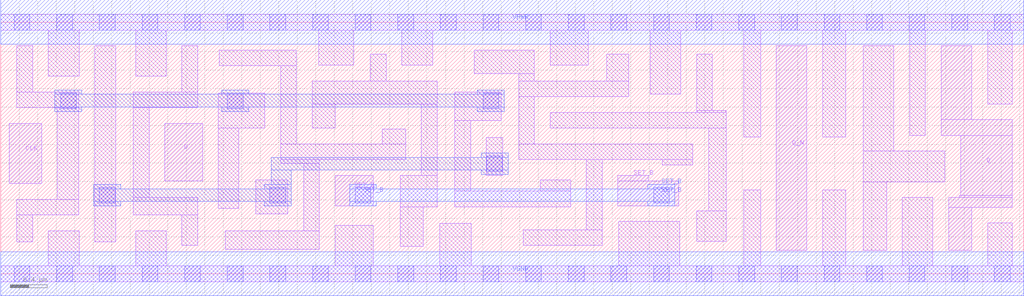
<source format=lef>
# Copyright 2020 The SkyWater PDK Authors
#
# Licensed under the Apache License, Version 2.0 (the "License");
# you may not use this file except in compliance with the License.
# You may obtain a copy of the License at
#
#     https://www.apache.org/licenses/LICENSE-2.0
#
# Unless required by applicable law or agreed to in writing, software
# distributed under the License is distributed on an "AS IS" BASIS,
# WITHOUT WARRANTIES OR CONDITIONS OF ANY KIND, either express or implied.
# See the License for the specific language governing permissions and
# limitations under the License.
#
# SPDX-License-Identifier: Apache-2.0

VERSION 5.7 ;
  NOWIREEXTENSIONATPIN ON ;
  DIVIDERCHAR "/" ;
  BUSBITCHARS "[]" ;
UNITS
  DATABASE MICRONS 200 ;
END UNITS
MACRO sky130_fd_sc_hd__dfsbp_2
  CLASS CORE ;
  FOREIGN sky130_fd_sc_hd__dfsbp_2 ;
  ORIGIN  0.000000  0.000000 ;
  SIZE  11.04000 BY  2.720000 ;
  SYMMETRY X Y R90 ;
  SITE unithd ;
  PIN D
    ANTENNAGATEAREA  0.222000 ;
    DIRECTION INPUT ;
    USE SIGNAL ;
    PORT
      LAYER li1 ;
        RECT 1.770000 1.005000 2.180000 1.625000 ;
    END
  END D
  PIN Q
    ANTENNADIFFAREA  0.445500 ;
    DIRECTION OUTPUT ;
    USE SIGNAL ;
    PORT
      LAYER li1 ;
        RECT 10.150000 1.495000 10.915000 1.665000 ;
        RECT 10.150000 1.665000 10.480000 2.465000 ;
        RECT 10.230000 0.255000 10.480000 0.720000 ;
        RECT 10.230000 0.720000 10.915000 0.825000 ;
        RECT 10.345000 0.825000 10.915000 0.845000 ;
        RECT 10.360000 0.845000 10.915000 1.495000 ;
    END
  END Q
  PIN Q_N
    ANTENNADIFFAREA  0.445500 ;
    DIRECTION OUTPUT ;
    USE SIGNAL ;
    PORT
      LAYER li1 ;
        RECT 8.370000 0.255000 8.700000 2.465000 ;
    END
  END Q_N
  PIN SET_B
    ANTENNAGATEAREA  0.252000 ;
    DIRECTION INPUT ;
    USE SIGNAL ;
    PORT
      LAYER li1 ;
        RECT 3.610000 0.735000 4.020000 1.065000 ;
      LAYER mcon ;
        RECT 3.825000 0.765000 3.995000 0.935000 ;
    END
    PORT
      LAYER li1 ;
        RECT 6.660000 0.735000 7.320000 1.005000 ;
        RECT 6.660000 1.005000 6.990000 1.065000 ;
      LAYER mcon ;
        RECT 7.045000 0.765000 7.215000 0.935000 ;
    END
    PORT
      LAYER met1 ;
        RECT 3.765000 0.735000 4.055000 0.780000 ;
        RECT 3.765000 0.780000 7.275000 0.920000 ;
        RECT 3.765000 0.920000 4.055000 0.965000 ;
        RECT 6.985000 0.735000 7.275000 0.780000 ;
        RECT 6.985000 0.920000 7.275000 0.965000 ;
    END
  END SET_B
  PIN CLK
    ANTENNAGATEAREA  0.159000 ;
    DIRECTION INPUT ;
    USE CLOCK ;
    PORT
      LAYER li1 ;
        RECT 0.090000 0.975000 0.440000 1.625000 ;
    END
  END CLK
  PIN VGND
    DIRECTION INOUT ;
    SHAPE ABUTMENT ;
    USE GROUND ;
    PORT
      LAYER met1 ;
        RECT 0.000000 -0.240000 11.040000 0.240000 ;
    END
  END VGND
  PIN VPWR
    DIRECTION INOUT ;
    SHAPE ABUTMENT ;
    USE POWER ;
    PORT
      LAYER met1 ;
        RECT 0.000000 2.480000 11.040000 2.960000 ;
    END
  END VPWR
  OBS
    LAYER li1 ;
      RECT  0.000000 -0.085000 11.040000 0.085000 ;
      RECT  0.000000  2.635000 11.040000 2.805000 ;
      RECT  0.175000  0.345000  0.345000 0.635000 ;
      RECT  0.175000  0.635000  0.840000 0.805000 ;
      RECT  0.175000  1.795000  0.840000 1.965000 ;
      RECT  0.175000  1.965000  0.345000 2.465000 ;
      RECT  0.515000  0.085000  0.845000 0.465000 ;
      RECT  0.515000  2.135000  0.845000 2.635000 ;
      RECT  0.610000  0.805000  0.840000 1.795000 ;
      RECT  1.015000  0.345000  1.240000 2.465000 ;
      RECT  1.430000  0.635000  2.125000 0.825000 ;
      RECT  1.430000  0.825000  1.600000 1.795000 ;
      RECT  1.430000  1.795000  2.125000 1.965000 ;
      RECT  1.455000  0.085000  1.785000 0.465000 ;
      RECT  1.455000  2.135000  1.785000 2.635000 ;
      RECT  1.955000  0.305000  2.125000 0.635000 ;
      RECT  1.955000  1.965000  2.125000 2.465000 ;
      RECT  2.350000  0.705000  2.570000 1.575000 ;
      RECT  2.350000  1.575000  2.850000 1.955000 ;
      RECT  2.360000  2.250000  3.190000 2.420000 ;
      RECT  2.425000  0.265000  3.440000 0.465000 ;
      RECT  2.750000  0.645000  3.100000 1.015000 ;
      RECT  3.020000  1.195000  3.440000 1.235000 ;
      RECT  3.020000  1.235000  4.370000 1.405000 ;
      RECT  3.020000  1.405000  3.190000 2.250000 ;
      RECT  3.270000  0.465000  3.440000 1.195000 ;
      RECT  3.360000  1.575000  3.610000 1.835000 ;
      RECT  3.360000  1.835000  4.710000 2.085000 ;
      RECT  3.430000  2.255000  3.810000 2.635000 ;
      RECT  3.610000  0.085000  4.020000 0.525000 ;
      RECT  3.990000  2.085000  4.160000 2.375000 ;
      RECT  4.120000  1.405000  4.370000 1.565000 ;
      RECT  4.310000  0.295000  4.560000 0.725000 ;
      RECT  4.310000  0.725000  4.710000 1.065000 ;
      RECT  4.330000  2.255000  4.660000 2.635000 ;
      RECT  4.540000  1.065000  4.710000 1.835000 ;
      RECT  4.740000  0.085000  5.080000 0.545000 ;
      RECT  4.900000  0.725000  6.150000 0.895000 ;
      RECT  4.900000  0.895000  5.070000 1.655000 ;
      RECT  4.900000  1.655000  5.400000 1.965000 ;
      RECT  5.110000  2.165000  5.760000 2.415000 ;
      RECT  5.240000  1.065000  5.420000 1.475000 ;
      RECT  5.590000  1.235000  7.470000 1.405000 ;
      RECT  5.590000  1.405000  5.760000 1.915000 ;
      RECT  5.590000  1.915000  6.780000 2.085000 ;
      RECT  5.590000  2.085000  5.760000 2.165000 ;
      RECT  5.640000  0.305000  6.490000 0.475000 ;
      RECT  5.820000  0.895000  6.150000 1.015000 ;
      RECT  5.930000  1.575000  7.830000 1.745000 ;
      RECT  5.930000  2.255000  6.340000 2.635000 ;
      RECT  6.320000  0.475000  6.490000 1.235000 ;
      RECT  6.540000  2.085000  6.780000 2.375000 ;
      RECT  6.670000  0.085000  7.330000 0.565000 ;
      RECT  7.010000  1.945000  7.340000 2.635000 ;
      RECT  7.140000  1.175000  7.470000 1.235000 ;
      RECT  7.510000  0.350000  7.830000 0.680000 ;
      RECT  7.510000  1.745000  7.830000 1.765000 ;
      RECT  7.510000  1.765000  7.680000 2.375000 ;
      RECT  7.640000  0.680000  7.830000 1.575000 ;
      RECT  8.020000  0.085000  8.200000 0.905000 ;
      RECT  8.020000  1.480000  8.200000 2.635000 ;
      RECT  8.870000  0.085000  9.120000 0.905000 ;
      RECT  8.870000  1.480000  9.120000 2.635000 ;
      RECT  9.310000  0.255000  9.560000 0.995000 ;
      RECT  9.310000  0.995000 10.190000 1.325000 ;
      RECT  9.310000  1.325000  9.640000 2.465000 ;
      RECT  9.730000  0.085000 10.060000 0.825000 ;
      RECT  9.810000  1.495000  9.980000 2.635000 ;
      RECT 10.650000  0.085000 10.915000 0.550000 ;
      RECT 10.650000  1.835000 10.915000 2.635000 ;
    LAYER mcon ;
      RECT  0.145000 -0.085000  0.315000 0.085000 ;
      RECT  0.145000  2.635000  0.315000 2.805000 ;
      RECT  0.605000 -0.085000  0.775000 0.085000 ;
      RECT  0.605000  2.635000  0.775000 2.805000 ;
      RECT  0.645000  1.785000  0.815000 1.955000 ;
      RECT  1.065000 -0.085000  1.235000 0.085000 ;
      RECT  1.065000  0.765000  1.235000 0.935000 ;
      RECT  1.065000  2.635000  1.235000 2.805000 ;
      RECT  1.525000 -0.085000  1.695000 0.085000 ;
      RECT  1.525000  2.635000  1.695000 2.805000 ;
      RECT  1.985000 -0.085000  2.155000 0.085000 ;
      RECT  1.985000  2.635000  2.155000 2.805000 ;
      RECT  2.445000 -0.085000  2.615000 0.085000 ;
      RECT  2.445000  1.785000  2.615000 1.955000 ;
      RECT  2.445000  2.635000  2.615000 2.805000 ;
      RECT  2.905000 -0.085000  3.075000 0.085000 ;
      RECT  2.905000  0.765000  3.075000 0.935000 ;
      RECT  2.905000  2.635000  3.075000 2.805000 ;
      RECT  3.365000 -0.085000  3.535000 0.085000 ;
      RECT  3.365000  2.635000  3.535000 2.805000 ;
      RECT  3.825000 -0.085000  3.995000 0.085000 ;
      RECT  3.825000  2.635000  3.995000 2.805000 ;
      RECT  4.285000 -0.085000  4.455000 0.085000 ;
      RECT  4.285000  2.635000  4.455000 2.805000 ;
      RECT  4.745000 -0.085000  4.915000 0.085000 ;
      RECT  4.745000  2.635000  4.915000 2.805000 ;
      RECT  5.205000 -0.085000  5.375000 0.085000 ;
      RECT  5.205000  1.785000  5.375000 1.955000 ;
      RECT  5.205000  2.635000  5.375000 2.805000 ;
      RECT  5.245000  1.105000  5.415000 1.275000 ;
      RECT  5.665000 -0.085000  5.835000 0.085000 ;
      RECT  5.665000  2.635000  5.835000 2.805000 ;
      RECT  6.125000 -0.085000  6.295000 0.085000 ;
      RECT  6.125000  2.635000  6.295000 2.805000 ;
      RECT  6.585000 -0.085000  6.755000 0.085000 ;
      RECT  6.585000  2.635000  6.755000 2.805000 ;
      RECT  7.045000 -0.085000  7.215000 0.085000 ;
      RECT  7.045000  2.635000  7.215000 2.805000 ;
      RECT  7.505000 -0.085000  7.675000 0.085000 ;
      RECT  7.505000  2.635000  7.675000 2.805000 ;
      RECT  7.965000 -0.085000  8.135000 0.085000 ;
      RECT  7.965000  2.635000  8.135000 2.805000 ;
      RECT  8.425000 -0.085000  8.595000 0.085000 ;
      RECT  8.425000  2.635000  8.595000 2.805000 ;
      RECT  8.885000 -0.085000  9.055000 0.085000 ;
      RECT  8.885000  2.635000  9.055000 2.805000 ;
      RECT  9.345000 -0.085000  9.515000 0.085000 ;
      RECT  9.345000  2.635000  9.515000 2.805000 ;
      RECT  9.805000 -0.085000  9.975000 0.085000 ;
      RECT  9.805000  2.635000  9.975000 2.805000 ;
      RECT 10.265000 -0.085000 10.435000 0.085000 ;
      RECT 10.265000  2.635000 10.435000 2.805000 ;
      RECT 10.725000 -0.085000 10.895000 0.085000 ;
      RECT 10.725000  2.635000 10.895000 2.805000 ;
    LAYER met1 ;
      RECT 0.585000 1.755000 0.875000 1.800000 ;
      RECT 0.585000 1.800000 5.435000 1.940000 ;
      RECT 0.585000 1.940000 0.875000 1.985000 ;
      RECT 1.005000 0.735000 1.295000 0.780000 ;
      RECT 1.005000 0.780000 3.135000 0.920000 ;
      RECT 1.005000 0.920000 1.295000 0.965000 ;
      RECT 2.385000 1.755000 2.675000 1.800000 ;
      RECT 2.385000 1.940000 2.675000 1.985000 ;
      RECT 2.845000 0.735000 3.135000 0.780000 ;
      RECT 2.845000 0.920000 3.135000 0.965000 ;
      RECT 2.920000 0.965000 3.135000 1.120000 ;
      RECT 2.920000 1.120000 5.475000 1.260000 ;
      RECT 5.145000 1.755000 5.435000 1.800000 ;
      RECT 5.145000 1.940000 5.435000 1.985000 ;
      RECT 5.185000 1.075000 5.475000 1.120000 ;
      RECT 5.185000 1.260000 5.475000 1.305000 ;
  END
END sky130_fd_sc_hd__dfsbp_2
END LIBRARY

</source>
